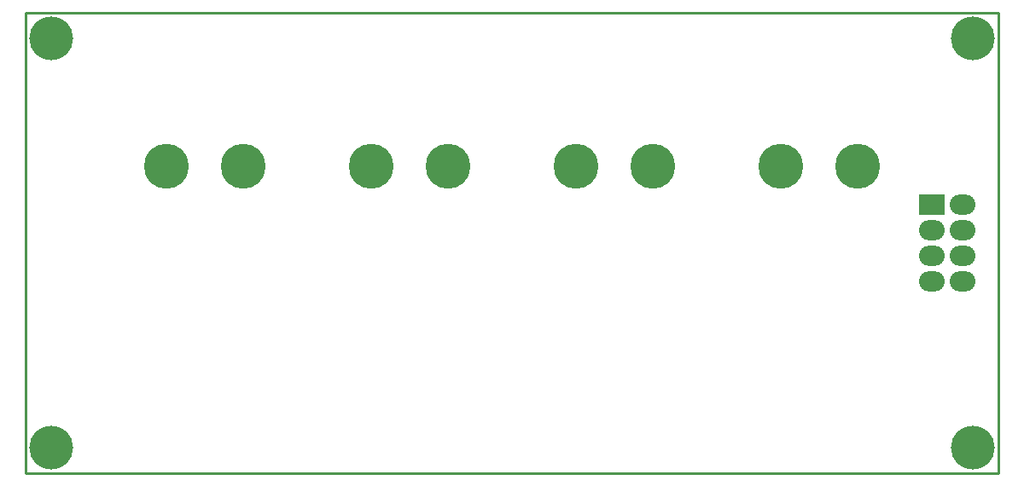
<source format=gbs>
G04 #@! TF.FileFunction,Soldermask,Bot*
%FSLAX46Y46*%
G04 Gerber Fmt 4.6, Leading zero omitted, Abs format (unit mm)*
G04 Created by KiCad (PCBNEW 0.201509091501+6172~30~ubuntu14.04.1-product) date Thu 10 Sep 2015 02:20:44 PM EDT*
%MOMM*%
G01*
G04 APERTURE LIST*
%ADD10C,0.100000*%
%ADD11C,0.228600*%
%ADD12R,2.533600X2.025600*%
%ADD13O,2.533600X2.025600*%
%ADD14C,4.464000*%
%ADD15C,4.337000*%
G04 APERTURE END LIST*
D10*
D11*
X185420000Y-60960000D02*
X88900000Y-60960000D01*
X185420000Y-106680000D02*
X185420000Y-60960000D01*
X88900000Y-106680000D02*
X185420000Y-106680000D01*
X88900000Y-60960000D02*
X88900000Y-106680000D01*
D12*
X178816000Y-80010000D03*
D13*
X181864000Y-80010000D03*
X178816000Y-82550000D03*
X181864000Y-82550000D03*
X178816000Y-85090000D03*
X181864000Y-85090000D03*
X178816000Y-87630000D03*
X181864000Y-87630000D03*
D14*
X102870000Y-76200000D03*
X110490000Y-76200000D03*
X123190000Y-76200000D03*
X130810000Y-76200000D03*
X143510000Y-76200000D03*
X151130000Y-76200000D03*
X163830000Y-76200000D03*
X171450000Y-76200000D03*
D15*
X91440000Y-63500000D03*
X182880000Y-63500000D03*
X91440000Y-104140000D03*
X182880000Y-104140000D03*
M02*

</source>
